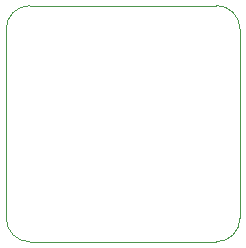
<source format=gbr>
G04 #@! TF.GenerationSoftware,KiCad,Pcbnew,8.0.3*
G04 #@! TF.CreationDate,2024-06-15T19:26:40-05:00*
G04 #@! TF.ProjectId,Encoder Board,456e636f-6465-4722-9042-6f6172642e6b,0*
G04 #@! TF.SameCoordinates,Original*
G04 #@! TF.FileFunction,Profile,NP*
%FSLAX46Y46*%
G04 Gerber Fmt 4.6, Leading zero omitted, Abs format (unit mm)*
G04 Created by KiCad (PCBNEW 8.0.3) date 2024-06-15 19:26:40*
%MOMM*%
%LPD*%
G01*
G04 APERTURE LIST*
G04 #@! TA.AperFunction,Profile*
%ADD10C,0.050000*%
G04 #@! TD*
G04 APERTURE END LIST*
D10*
X143300000Y-118800000D02*
X143300000Y-102800000D01*
X123500000Y-102800000D02*
G75*
G02*
X125500000Y-100800000I2000000J0D01*
G01*
X143300000Y-118800000D02*
G75*
G02*
X141300000Y-120800000I-2000000J0D01*
G01*
X123500000Y-102800000D02*
X123500000Y-118800000D01*
X125500000Y-120800000D02*
G75*
G02*
X123500000Y-118800000I0J2000000D01*
G01*
X125500000Y-120800000D02*
X141300000Y-120800000D01*
X141300000Y-100800000D02*
X125500000Y-100800000D01*
X141300000Y-100800000D02*
G75*
G02*
X143300000Y-102800000I0J-2000000D01*
G01*
M02*

</source>
